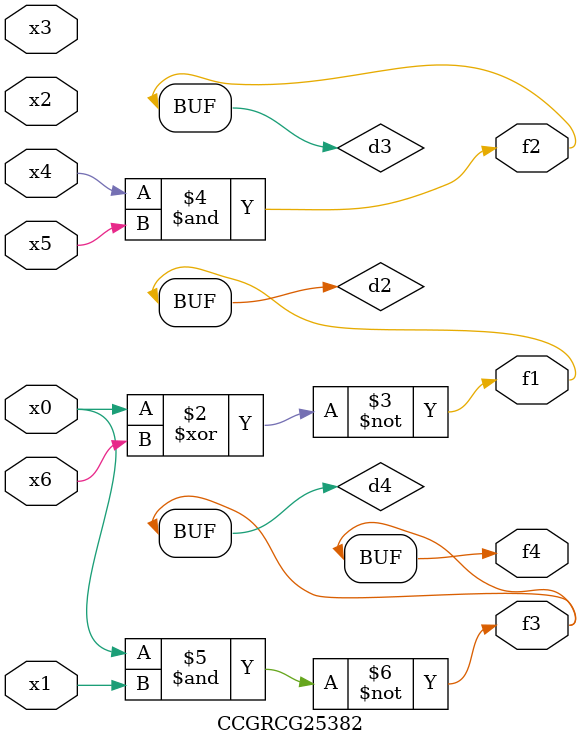
<source format=v>
module CCGRCG25382(
	input x0, x1, x2, x3, x4, x5, x6,
	output f1, f2, f3, f4
);

	wire d1, d2, d3, d4;

	nor (d1, x0);
	xnor (d2, x0, x6);
	and (d3, x4, x5);
	nand (d4, x0, x1);
	assign f1 = d2;
	assign f2 = d3;
	assign f3 = d4;
	assign f4 = d4;
endmodule

</source>
